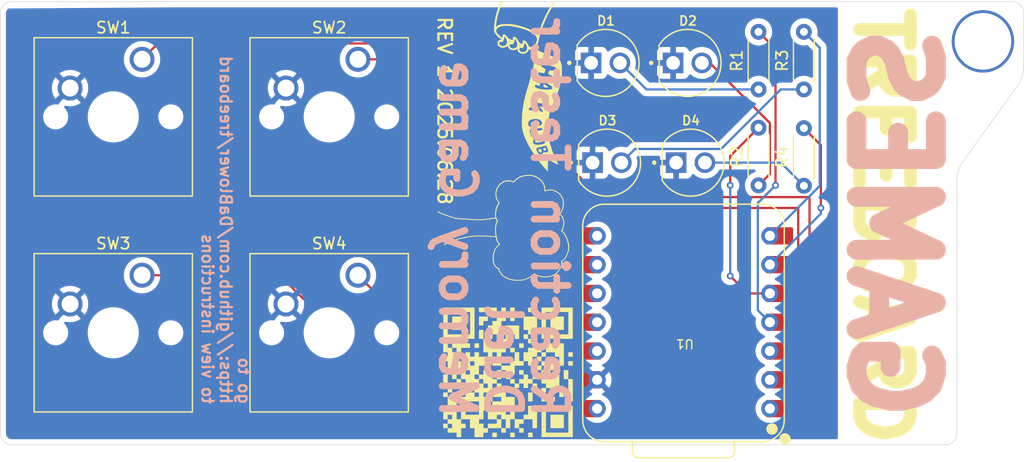
<source format=kicad_pcb>
(kicad_pcb (version 20240108) (generator "pcbnew") (generator_version "8.0")
  (layers (0 "F.Cu" signal) (31 "B.Cu" signal) (34 "B.Paste" user) (35 "F.Paste" user) (36 "B.SilkS" user "B.Silkscreen") (37 "F.SilkS" user "F.Silkscreen") (38 "B.Mask" user) (39 "F.Mask" user) (44 "Edge.Cuts" user))
  (net 0 "")
  (net 1 "Net-(D1-PadA)")
  (net 2 "GND")
  (net 3 "Net-(D2-PadA)")
  (net 4 "Net-(D3-PadA)")
  (net 5 "led1")
  (net 6 "led2")
  (net 7 "led3")
  (net 8 "button1")
  (net 9 "button2")
  (net 10 "button3")
  (net 15 "Net-(D4-PadA)")
  (net 16 "led4")
  (net 17 "button4")
  (footprint "general:SW_Cherry_MX_1.00u_PCB" (layer "F.Cu") (at 98.1075 75.8825)
    (property "Reference" "SW1" (at -2.54 -2.794 0) (layer "F.SilkS"))
    (property "Value" "SW_Push")
    (pad "" np_thru_hole circle (at -7.62 5.08) (size 1.7 1.7) (drill 1.7) (layers "*.Cu" "*.Mask"))
    (pad "" np_thru_hole circle (at -2.54 5.08) (size 4 4) (drill 4) (layers "*.Cu" "*.Mask"))
    (pad "" np_thru_hole circle (at 2.54 5.08) (size 1.7 1.7) (drill 1.7) (layers "*.Cu" "*.Mask"))
    (pad "1" thru_hole circle (at 0 0) (size 2.2 2.2) (drill 1.5) (layers "*.Cu" "*.Mask") (net 8 "button1"))
    (pad "2" thru_hole circle (at -6.35 2.54) (size 2.2 2.2) (drill 1.5) (layers "*.Cu" "*.Mask") (net 2 "GND"))
  )
  (footprint "Resistor_THT:R_Axial_DIN0204_L3.6mm_D1.6mm_P5.08mm_Horizontal" (layer "F.Cu") (at 156.50125 78.54 90)
    (property "Reference" "R3" (at 2.54 -1.92 90) (layer "F.SilkS"))
    (property "Value" "R")
    (pad "1" thru_hole circle (at 0 0 90) (size 1.4 1.4) (drill 0.7) (layers "*.Cu" "*.Mask") (net 4 "Net-(D3-PadA)"))
    (pad "2" thru_hole oval (at 5.08 0 90) (size 1.4 1.4) (drill 0.7) (layers "*.Cu" "*.Mask") (net 7 "led3"))
  )
  (footprint "Resistor_THT:R_Axial_DIN0204_L3.6mm_D1.6mm_P5.08mm_Horizontal" (layer "F.Cu") (at 152.50125 78.54 90)
    (property "Reference" "R1" (at 2.54 -1.92 90) (layer "F.SilkS"))
    (property "Value" "R")
    (pad "1" thru_hole circle (at 0 0 90) (size 1.4 1.4) (drill 0.7) (layers "*.Cu" "*.Mask") (net 1 "Net-(D1-PadA)"))
    (pad "2" thru_hole oval (at 5.08 0 90) (size 1.4 1.4) (drill 0.7) (layers "*.Cu" "*.Mask") (net 5 "led1"))
  )
  (footprint "general:LEDRD254W57D500H1070_3d" (layer "F.Cu") (at 146.23125 76.2)
    (property "Reference" "D2" (at 0.04 -3.708 0) (layer "F.SilkS") (effects (font (size 0.8 0.8))))
    (property "Value" "L08R5000Q1")
    (pad "A" thru_hole circle (at 1.27 0) (size 1.815 1.815) (drill 1.21) (layers "*.Cu" "*.Mask") (net 3 "Net-(D2-PadA)"))
    (pad "C" thru_hole rect (at -1.27 0) (size 1.815 1.815) (drill 1.21) (layers "*.Cu" "*.Mask") (net 2 "GND"))
  )
  (footprint "general:LEDRD254W57D500H1070_3d" (layer "F.Cu") (at 139 76.2)
    (property "Reference" "D1" (at 0.04 -3.708 0) (layer "F.SilkS") (effects (font (size 0.8 0.8))))
    (property "Value" "L08R5000Q1")
    (pad "A" thru_hole circle (at 1.27 0) (size 1.815 1.815) (drill 1.21) (layers "*.Cu" "*.Mask") (net 1 "Net-(D1-PadA)"))
    (pad "C" thru_hole rect (at -1.27 0) (size 1.815 1.815) (drill 1.21) (layers "*.Cu" "*.Mask") (net 2 "GND"))
  )
  (footprint "general:XIAO-RP2040-DIP" (layer "F.Cu") (at 145.88125 99.08 180)
    (property "Reference" "U1" (at -0.11875 -1.92 180) (layer "F.SilkS") (effects (font (size 0.8 0.8) (thickness 0.12))))
    (property "Value" "XIAO-RP2040-DIP")
    (pad "1" smd roundrect (at -8.455 -7.62) (size 2.432 1.524) (layers "F.Cu" "F.Mask") (roundrect_rratio 0.1) (net 8 "button1"))
    (pad "1" thru_hole circle (at -7.62 -7.62) (size 1.524 1.524) (drill 0.889) (layers "*.Cu" "*.Mask") (net 8 "button1"))
    (pad "2" smd roundrect (at -8.455 -5.08) (size 2.432 1.524) (layers "F.Cu" "F.Mask") (roundrect_rratio 0.1) (net 9 "button2"))
    (pad "2" thru_hole circle (at -7.62 -5.08) (size 1.524 1.524) (drill 0.889) (layers "*.Cu" "*.Mask") (net 9 "button2"))
    (pad "3" smd roundrect (at -8.455 -2.54) (size 2.432 1.524) (layers "F.Cu" "F.Mask") (roundrect_rratio 0.1))
    (pad "3" thru_hole circle (at -7.62 -2.54) (size 1.524 1.524) (drill 0.889) (layers "*.Cu" "*.Mask"))
    (pad "4" smd roundrect (at -8.455 0) (size 2.432 1.524) (layers "F.Cu" "F.Mask") (roundrect_rratio 0.1) (net 5 "led1"))
    (pad "4" thru_hole circle (at -7.62 0) (size 1.524 1.524) (drill 0.889) (layers "*.Cu" "*.Mask") (net 5 "led1"))
    (pad "5" smd roundrect (at -8.455 2.54) (size 2.432 1.524) (layers "F.Cu" "F.Mask") (roundrect_rratio 0.1) (net 6 "led2"))
    (pad "5" thru_hole circle (at -7.62 2.54) (size 1.524 1.524) (drill 0.889) (layers "*.Cu" "*.Mask") (net 6 "led2"))
    (pad "6" smd roundrect (at -8.455 5.08) (size 2.432 1.524) (layers "F.Cu" "F.Mask") (roundrect_rratio 0.1) (net 16 "led4"))
    (pad "6" thru_hole circle (at -7.62 5.08) (size 1.524 1.524) (drill 0.889) (layers "*.Cu" "*.Mask") (net 16 "led4"))
    (pad "7" smd roundrect (at -8.455 7.62) (size 2.432 1.524) (layers "F.Cu" "F.Mask") (roundrect_rratio 0.1) (net 7 "led3"))
    (pad "7" thru_hole circle (at -7.62 7.62) (size 1.524 1.524) (drill 0.889) (layers "*.Cu" "*.Mask") (net 7 "led3"))
    (pad "8" thru_hole circle (at 7.62 7.62 180) (size 1.524 1.524) (drill 0.889) (layers "*.Cu" "*.Mask"))
    (pad "8" smd roundrect (at 8.455 7.62 180) (size 2.432 1.524) (layers "F.Cu" "F.Mask") (roundrect_rratio 0.1))
    (pad "9" thru_hole circle (at 7.62 5.08 180) (size 1.524 1.524) (drill 0.889) (layers "*.Cu" "*.Mask"))
    (pad "9" smd roundrect (at 8.455 5.08 180) (size 2.432 1.524) (layers "F.Cu" "F.Mask") (roundrect_rratio 0.1))
    (pad "10" thru_hole circle (at 7.62 2.54 180) (size 1.524 1.524) (drill 0.889) (layers "*.Cu" "*.Mask") (net 17 "button4"))
    (pad "10" smd roundrect (at 8.455 2.54 180) (size 2.432 1.524) (layers "F.Cu" "F.Mask") (roundrect_rratio 0.1) (net 17 "button4"))
    (pad "11" thru_hole circle (at 7.62 0 180) (size 1.524 1.524) (drill 0.889) (layers "*.Cu" "*.Mask") (net 10 "button3"))
    (pad "11" smd roundrect (at 8.455 0 180) (size 2.432 1.524) (layers "F.Cu" "F.Mask") (roundrect_rratio 0.1) (net 10 "button3"))
    (pad "12" thru_hole circle (at 7.62 -2.54 180) (size 1.524 1.524) (drill 0.889) (layers "*.Cu" "*.Mask"))
    (pad "12" smd roundrect (at 8.455 -2.54 180) (size 2.432 1.524) (layers "F.Cu" "F.Mask") (roundrect_rratio 0.1))
    (pad "13" thru_hole circle (at 7.62 -5.08 180) (size 1.524 1.524) (drill 0.889) (layers "*.Cu" "*.Mask") (net 2 "GND"))
    (pad "13" smd roundrect (at 8.455 -5.08 180) (size 2.432 1.524) (layers "F.Cu" "F.Mask") (roundrect_rratio 0.1) (net 2 "GND"))
    (pad "14" thru_hole circle (at 7.62 -7.62 180) (size 1.524 1.524) (drill 0.889) (layers "*.Cu" "*.Mask"))
    (pad "14" smd roundrect (at 8.455 -7.62 180) (size 2.432 1.524) (layers "F.Cu" "F.Mask") (roundrect_rratio 0.1))
  )
  (footprint "general:SW_Cherry_MX_1.00u_PCB" (layer "F.Cu") (at 117.1575 94.9325)
    (property "Reference" "SW4" (at -2.54 -2.794 0) (layer "F.SilkS"))
    (property "Value" "SW_Push")
    (pad "" np_thru_hole circle (at -7.62 5.08) (size 1.7 1.7) (drill 1.7) (layers "*.Cu" "*.Mask"))
    (pad "" np_thru_hole circle (at -2.54 5.08) (size 4 4) (drill 4) (layers "*.Cu" "*.Mask"))
    (pad "" np_thru_hole circle (at 2.54 5.08) (size 1.7 1.7) (drill 1.7) (layers "*.Cu" "*.Mask"))
    (pad "1" thru_hole circle (at 0 0) (size 2.2 2.2) (drill 1.5) (layers "*.Cu" "*.Mask") (net 17 "button4"))
    (pad "2" thru_hole circle (at -6.35 2.54) (size 2.2 2.2) (drill 1.5) (layers "*.Cu" "*.Mask") (net 2 "GND"))
  )
  (footprint "LOGO" (layer "F.Cu") (at 132.2 78.3 -90)
    (property "Reference" "G***" (hide yes))
    (property "Value" "LOGO" (hide yes))
  )
  (footprint "Resistor_THT:R_Axial_DIN0204_L3.6mm_D1.6mm_P5.08mm_Horizontal" (layer "F.Cu") (at 152.50125 87 90)
    (property "Reference" "R2" (at 2.54 -1.92 90) (layer "F.SilkS"))
    (property "Value" "R")
    (pad "1" thru_hole circle (at 0 0 90) (size 1.4 1.4) (drill 0.7) (layers "*.Cu" "*.Mask") (net 3 "Net-(D2-PadA)"))
    (pad "2" thru_hole oval (at 5.08 0 90) (size 1.4 1.4) (drill 0.7) (layers "*.Cu" "*.Mask") (net 6 "led2"))
  )
  (footprint "general:LEDRD254W57D500H1070_3d" (layer "F.Cu") (at 139.13 85)
    (property "Reference" "D3" (at 0.04 -3.708 0) (layer "F.SilkS") (effects (font (size 0.8 0.8))))
    (property "Value" "L08R5000Q1")
    (pad "A" thru_hole circle (at 1.27 0) (size 1.815 1.815) (drill 1.21) (layers "*.Cu" "*.Mask") (net 4 "Net-(D3-PadA)"))
    (pad "C" thru_hole rect (at -1.27 0) (size 1.815 1.815) (drill 1.21) (layers "*.Cu" "*.Mask") (net 2 "GND"))
  )
  (footprint "general:SW_Cherry_MX_1.00u_PCB" (layer "F.Cu") (at 98.1075 94.9325)
    (property "Reference" "SW3" (at -2.54 -2.794 0) (layer "F.SilkS"))
    (property "Value" "SW_Push")
    (pad "" np_thru_hole circle (at -7.62 5.08) (size 1.7 1.7) (drill 1.7) (layers "*.Cu" "*.Mask"))
    (pad "" np_thru_hole circle (at -2.54 5.08) (size 4 4) (drill 4) (layers "*.Cu" "*.Mask"))
    (pad "" np_thru_hole circle (at 2.54 5.08) (size 1.7 1.7) (drill 1.7) (layers "*.Cu" "*.Mask"))
    (pad "1" thru_hole circle (at 0 0) (size 2.2 2.2) (drill 1.5) (layers "*.Cu" "*.Mask") (net 10 "button3"))
    (pad "2" thru_hole circle (at -6.35 2.54) (size 2.2 2.2) (drill 1.5) (layers "*.Cu" "*.Mask") (net 2 "GND"))
  )
  (footprint "LOGO" (layer "F.Cu") (at 129.8 90.9 -90)
    (property "Reference" "G***" (hide yes))
    (property "Value" "LOGO" (hide yes))
  )
  (footprint "general:SW_Cherry_MX_1.00u_PCB" (layer "F.Cu") (at 117.1575 75.8825)
    (property "Reference" "SW2" (at -2.54 -2.794 0) (layer "F.SilkS"))
    (property "Value" "SW_Push")
    (pad "" np_thru_hole circle (at -7.62 5.08) (size 1.7 1.7) (drill 1.7) (layers "*.Cu" "*.Mask"))
    (pad "" np_thru_hole circle (at -2.54 5.08) (size 4 4) (drill 4) (layers "*.Cu" "*.Mask"))
    (pad "" np_thru_hole circle (at 2.54 5.08) (size 1.7 1.7) (drill 1.7) (layers "*.Cu" "*.Mask"))
    (pad "1" thru_hole circle (at 0 0) (size 2.2 2.2) (drill 1.5) (layers "*.Cu" "*.Mask") (net 9 "button2"))
    (pad "2" thru_hole circle (at -6.35 2.54) (size 2.2 2.2) (drill 1.5) (layers "*.Cu" "*.Mask") (net 2 "GND"))
  )
  (footprint "general:LEDRD254W57D500H1070_3d" (layer "F.Cu") (at 146.5 85)
    (property "Reference" "D4" (at 0.04 -3.708 0) (layer "F.SilkS") (effects (font (size 0.8 0.8))))
    (property "Value" "L08R5000Q1")
    (pad "A" thru_hole circle (at 1.27 0) (size 1.815 1.815) (drill 1.21) (layers "*.Cu" "*.Mask") (net 15 "Net-(D4-PadA)"))
    (pad "C" thru_hole rect (at -1.27 0) (size 1.815 1.815) (drill 1.21) (layers "*.Cu" "*.Mask") (net 2 "GND"))
  )
  (footprint "Resistor_THT:R_Axial_DIN0204_L3.6mm_D1.6mm_P5.08mm_Horizontal" (layer "F.Cu") (at 156.50125 87.04 90)
    (property "Reference" "R4" (at 2.54 -1.92 90) (layer "F.SilkS"))
    (property "Value" "R")
    (pad "1" thru_hole circle (at 0 0 90) (size 1.4 1.4) (drill 0.7) (layers "*.Cu" "*.Mask") (net 15 "Net-(D4-PadA)"))
    (pad "2" thru_hole oval (at 5.08 0 90) (size 1.4 1.4) (drill 0.7) (layers "*.Cu" "*.Mask") (net 16 "led4"))
  )
  (footprint "LOGO" (layer "F.Cu") (at 130.4 103.5 -90)
    (property "Reference" "G***" (hide yes))
    (property "Value" "LOGO" (hide yes))
  )
  (gr_arc (start 174.9 70.8) (mid 175.607107 71.092893) (end 175.9 71.8) (stroke (width 0.05)) (layer "Edge.Cuts"))
  (gr_line (start 175.334394 78.239173) (end 170.565606 84.860827) (stroke (width 0.05)) (layer "Edge.Cuts"))
  (gr_line (start 169 109.9) (end 148.4 109.9) (stroke (width 0.05)) (layer "Edge.Cuts"))
  (gr_arc (start 170 86.614031) (mid 170.144901 85.69294) (end 170.565606 84.860827) (stroke (width 0.05)) (layer "Edge.Cuts"))
  (gr_arc (start 175.9 76.485969) (mid 175.755099 77.40706) (end 175.334394 78.239173) (stroke (width 0.05)) (layer "Edge.Cuts"))
  (gr_line (start 148.4 109.9) (end 86.6 109.9) (stroke (width 0.05)) (layer "Edge.Cuts"))
  (gr_line (start 175.9 71.8) (end 175.9 76.485969) (stroke (width 0.05)) (layer "Edge.Cuts"))
  (gr_arc (start 86.6 109.9) (mid 85.892893 109.607107) (end 85.6 108.9) (stroke (width 0.05)) (layer "Edge.Cuts"))
  (gr_line (start 170 108.9) (end 170 86.614031) (stroke (width 0.05)) (layer "Edge.Cuts"))
  (gr_arc (start 85.6 71.8) (mid 85.892893 71.092893) (end 86.6 70.8) (stroke (width 0.05)) (layer "Edge.Cuts"))
  (gr_line (start 86.6 70.8) (end 174.9 70.8) (stroke (width 0.05)) (layer "Edge.Cuts"))
  (gr_arc (start 170 108.9) (mid 169.707107 109.607107) (end 169 109.9) (stroke (width 0.05)) (layer "Edge.Cuts"))
  (gr_line (start 85.6 108.9) (end 85.6 71.8) (stroke (width 0.05)) (layer "Edge.Cuts"))
  (gr_text "Reaction Tester" (at 132.3 107.8 270) (layer "B.SilkS") (effects (font (size 3 3) (thickness 0.6) (bold yes)) (justify left bottom mirror)))
  (gr_text "Duel" (at 128.2 107.8 270) (layer "B.SilkS") (effects (font (size 3 3) (thickness 0.6) (bold yes)) (justify left bottom mirror)))
  (gr_text "GAMES" (at 160.2 108.5 270) (layer "B.SilkS") (effects (font (size 7 7) (thickness 1.75) (bold yes)) (justify left bottom mirror)))
  (gr_text "go to\nhttps://github.com/DaBlower/treeboard\nto view instructions" (at 103.3 106.4 270) (layer "B.SilkS") (effects (font (size 1 1) (thickness 0.2) (bold yes)) (justify left bottom mirror)))
  (gr_text "Memory Game" (at 124.2 107.8 270) (layer "B.SilkS") (effects (font (size 3 3) (thickness 0.6) (bold yes)) (justify left bottom mirror)))
  (gr_text "REV 1 2025.06.28" (at 124.1 72 270) (layer "F.SilkS") (effects (font (size 1.2 1.2) (thickness 0.2) (bold yes)) (justify left bottom)))
  (gr_text "TREEBOARD" (at 160.8 70.8 270) (layer "F.SilkS") (effects (font (size 4.5 4.5) (thickness 1.125) (bold yes)) (justify left bottom)))
  (via (at 172.3 74.3) (size 5.5) (drill 5) (layers "F.Cu" "B.Cu") (net 0))
  (segment (start 142.61 78.54) (end 152.50125 78.54) (width 0.2) (layer "B.Cu") (net 1))
  (segment (start 140.27 76.2) (end 142.61 78.54) (width 0.2) (layer "B.Cu") (net 1))
  (segment (start 148.195464 76.2) (end 153.50125 81.505786) (width 0.2) (layer "F.Cu") (net 3))
  (segment (start 153.50125 81.505786) (end 153.50125 86) (width 0.2) (layer "F.Cu") (net 3))
  (segment (start 147.50125 76.2) (end 148.195464 76.2) (width 0.2) (layer "F.Cu") (net 3))
  (segment (start 153.50125 86) (end 152.50125 87) (width 0.2) (layer "F.Cu") (net 3))
  (segment (start 140.4 85) (end 141.6075 83.7925) (width 0.2) (layer "B.Cu") (net 4))
  (segment (start 141.6075 83.7925) (end 149.2075 83.7925) (width 0.2) (layer "B.Cu") (net 4))
  (segment (start 154.46 78.54) (end 156.50125 78.54) (width 0.2) (layer "B.Cu") (net 4))
  (segment (start 149.2075 83.7925) (end 154.46 78.54) (width 0.2) (layer "B.Cu") (net 4))
  (segment (start 154 74.95875) (end 154 87) (width 0.2) (layer "F.Cu") (net 5))
  (segment (start 152.50125 73.46) (end 154 74.95875) (width 0.2) (layer "F.Cu") (net 5))
  (via (at 154 87) (size 0.6) (drill 0.3) (layers "F.Cu" "B.Cu") (net 5))
  (segment (start 152.43925 98.018) (end 153.50125 99.08) (width 0.2) (layer "B.Cu") (net 5))
  (segment (start 154 87) (end 152.43925 88.56075) (width 0.2) (layer "B.Cu") (net 5))
  (segment (start 152.43925 88.56075) (end 152.43925 98.018) (width 0.2) (layer "B.Cu") (net 5))
  (segment (start 151.54 96.54) (end 153.50125 96.54) (width 0.2) (layer "F.Cu") (net 6))
  (segment (start 152.50125 81.92) (end 150 84.42125) (width 0.2) (layer "F.Cu") (net 6))
  (segment (start 150 95) (end 151.54 96.54) (width 0.2) (layer "F.Cu") (net 6))
  (segment (start 150 84.42125) (end 150 87) (width 0.2) (layer "F.Cu") (net 6))
  (via (at 150 87) (size 0.6) (drill 0.3) (layers "F.Cu" "B.Cu") (net 6))
  (via (at 150 95) (size 0.6) (drill 0.3) (layers "F.Cu" "B.Cu") (net 6))
  (segment (start 150 87) (end 150 95) (width 0.2) (layer "B.Cu") (net 6))
  (segment (start 157.90125 74.86) (end 157.90125 87.06) (width 0.2) (layer "B.Cu") (net 7))
  (segment (start 156.50125 73.46) (end 157.90125 74.86) (width 0.2) (layer "B.Cu") (net 7))
  (segment (start 157.90125 87.06) (end 153.50125 91.46) (width 0.2) (layer "B.Cu") (net 7))
  (segment (start 157 104.03625) (end 154.33625 106.7) (width 0.2) (layer "F.Cu") (net 8))
  (segment (start 156.96 88.04) (end 157 88) (width 0.2) (layer "F.Cu") (net 8))
  (segment (start 138.485 88.04) (end 156.96 88.04) (width 0.2) (layer "F.Cu") (net 8))
  (segment (start 98.1075 75.8825) (end 99.5075 74.4825) (width 0.2) (layer "F.Cu") (net 8))
  (segment (start 124.9275 74.4825) (end 138.485 88.04) (width 0.2) (layer "F.Cu") (net 8))
  (segment (start 99.5075 74.4825) (end 124.9275 74.4825) (width 0.2) (layer "F.Cu") (net 8))
  (segment (start 157 88) (end 157 104.03625) (width 0.2) (layer "F.Cu") (net 8))
  (segment (start 137 89) (end 156 89) (width 0.2) (layer "F.Cu") (net 9))
  (segment (start 156 89) (end 156 102.49625) (width 0.2) (layer "F.Cu") (net 9))
  (segment (start 117.1575 75.8825) (end 123.8825 75.8825) (width 0.2) (layer "F.Cu") (net 9))
  (segment (start 123.8825 75.8825) (end 137 89) (width 0.2) (layer "F.Cu") (net 9))
  (segment (start 156 102.49625) (end 154.33625 104.16) (width 0.2) (layer "F.Cu") (net 9))
  (segment (start 137.18362 99.08) (end 138.26125 99.08) (width 0.2) (layer "F.Cu") (net 10))
  (segment (start 110.247399 94.9325) (end 112.314899 97) (width 0.2) (layer "F.Cu") (net 10))
  (segment (start 135.10362 97) (end 137.18362 99.08) (width 0.2) (layer "F.Cu") (net 10))
  (segment (start 112.314899 97) (end 135.10362 97) (width 0.2) (layer "F.Cu") (net 10))
  (segment (start 98.1075 94.9325) (end 110.247399 94.9325) (width 0.2) (layer "F.Cu") (net 10))
  (segment (start 154.46125 85) (end 156.50125 87.04) (width 0.2) (layer "B.Cu") (net 15))
  (segment (start 147.77 85) (end 154.46125 85) (width 0.2) (layer "B.Cu") (net 15))
  (segment (start 156.50125 81.96) (end 158 83.45875) (width 0.2) (layer "F.Cu") (net 16))
  (segment (start 158 83.45875) (end 158 89) (width 0.2) (layer "F.Cu") (net 16))
  (via (at 158 89) (size 0.6) (drill 0.3) (layers "F.Cu" "B.Cu") (net 16))
  (segment (start 158 89.50125) (end 153.50125 94) (width 0.2) (layer "B.Cu") (net 16))
  (segment (start 158 89) (end 158 89.50125) (width 0.2) (layer "B.Cu") (net 16))
  (segment (start 118.765 96.54) (end 138.26125 96.54) (width 0.2) (layer "F.Cu") (net 17))
  (segment (start 117.1575 94.9325) (end 118.765 96.54) (width 0.2) (layer "F.Cu") (net 17))
  (zone (net 2) (net_name "GND") (layer "B.Cu") (connect_pads (clearance 0.5)) (min_thickness 0.25) (fill yes (thermal_gap 0.5) (thermal_bridge_width 0.5))
    (polygon (pts (xy 159.5 70.9) (xy 86 71.4) (xy 86 109.5) (xy 159.5 109.6)))
  )
)
</source>
